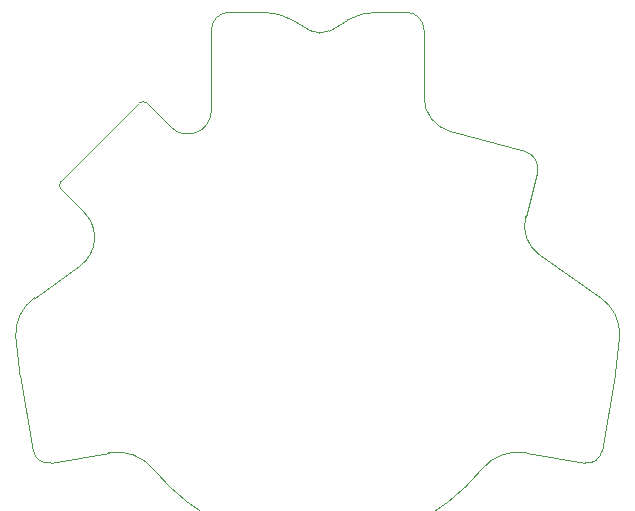
<source format=gm1>
G04 #@! TF.GenerationSoftware,KiCad,Pcbnew,(6.0.0)*
G04 #@! TF.CreationDate,2022-01-08T17:27:50+01:00*
G04 #@! TF.ProjectId,MiniAB-CAN-Board,4d696e69-4142-42d4-9341-4e2d426f6172,1*
G04 #@! TF.SameCoordinates,Original*
G04 #@! TF.FileFunction,Profile,NP*
%FSLAX46Y46*%
G04 Gerber Fmt 4.6, Leading zero omitted, Abs format (unit mm)*
G04 Created by KiCad (PCBNEW (6.0.0)) date 2022-01-08 17:27:50*
%MOMM*%
%LPD*%
G01*
G04 APERTURE LIST*
G04 #@! TA.AperFunction,Profile*
%ADD10C,0.100000*%
G04 #@! TD*
G04 APERTURE END LIST*
D10*
X232749643Y-65120221D02*
X237930908Y-68748183D01*
X218953844Y-44570003D02*
G75*
G03*
X216453844Y-45239874I-10J-4999976D01*
G01*
X211846148Y-45239874D02*
X213399996Y-46136989D01*
X204959997Y-52884084D02*
X204959996Y-46070002D01*
X201545783Y-54298298D02*
G75*
G03*
X204959997Y-52884084I1414214J1414213D01*
G01*
X232563765Y-58187213D02*
X231572595Y-61886308D01*
X222959997Y-51758996D02*
G75*
G03*
X225183538Y-54656774I3000000J-1D01*
G01*
X199522559Y-52275074D02*
G75*
G03*
X198815452Y-52275074I-353553J-353556D01*
G01*
X231658533Y-81858401D02*
G75*
G03*
X227854740Y-83262733I-698538J-3961599D01*
G01*
X206459997Y-44570002D02*
X209346148Y-44570003D01*
X211846148Y-45239874D02*
G75*
G03*
X209346148Y-44570003I-2499997J-4330132D01*
G01*
X222959996Y-46070002D02*
X222959997Y-51758996D01*
X189892848Y-81712075D02*
G75*
G03*
X191340919Y-82726025I1231011J217062D01*
G01*
X214899996Y-46136990D02*
X216453844Y-45239874D01*
X189989084Y-68748183D02*
G75*
G03*
X188393929Y-71991719I2150901J-3071815D01*
G01*
X196261459Y-81858401D02*
X191340919Y-82726025D01*
X236579074Y-82726025D02*
G75*
G03*
X238027145Y-81712075I217061J1231010D01*
G01*
X225183538Y-54656774D02*
X231503105Y-56350096D01*
X232563765Y-58187213D02*
G75*
G03*
X231503105Y-56350096I-1448890J388228D01*
G01*
X239164085Y-75264163D02*
X238027145Y-81712075D01*
X189892848Y-81712075D02*
X188755907Y-75264163D01*
X193789100Y-66087382D02*
G75*
G03*
X194189691Y-61508606I-1720728J2457456D01*
G01*
X206459997Y-44570002D02*
G75*
G03*
X204959996Y-46070002I-2J-1499999D01*
G01*
X200065252Y-83262734D02*
G75*
G03*
X196261459Y-81858401I-3105257J-2557270D01*
G01*
X218953844Y-44570003D02*
X221459996Y-44570003D01*
X192239359Y-58851167D02*
G75*
G03*
X192239359Y-59558274I353549J-353554D01*
G01*
X222959996Y-46070002D02*
G75*
G03*
X221459996Y-44570003I-1500002J-3D01*
G01*
X194189691Y-61508606D02*
X192239359Y-59558274D01*
X213399996Y-46136989D02*
G75*
G03*
X214899996Y-46136990I750001J1299033D01*
G01*
X239164085Y-75264163D02*
G75*
G03*
X239526063Y-71991719I-25203868J4444142D01*
G01*
X199522559Y-52275074D02*
X201545783Y-54298298D01*
X200065252Y-83262734D02*
G75*
G03*
X227854740Y-83262733I13894744J11442736D01*
G01*
X188393929Y-71991719D02*
G75*
G03*
X188755907Y-75264163I25566323J1171750D01*
G01*
X236579074Y-82726025D02*
X231658533Y-81858401D01*
X231572595Y-61886308D02*
G75*
G03*
X232749643Y-65120221I2897780J-776456D01*
G01*
X239526062Y-71991719D02*
G75*
G03*
X237930908Y-68748183I-3746065J171716D01*
G01*
X192239359Y-58851167D02*
X198815452Y-52275074D01*
X189989084Y-68748183D02*
X193789100Y-66087382D01*
M02*

</source>
